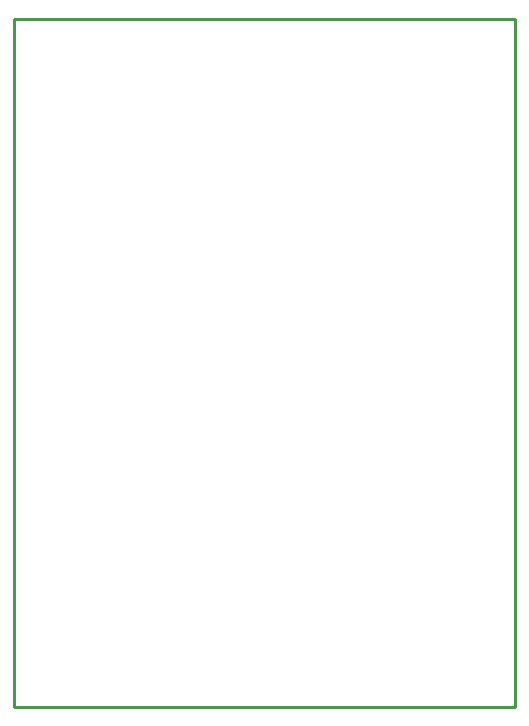
<source format=gko>
G04 Layer_Color=16711935*
%FSTAX24Y24*%
%MOIN*%
G70*
G01*
G75*
%ADD41C,0.0100*%
D41*
X03372Y019622D02*
Y042572D01*
X01703D02*
X03372D01*
X01703Y019642D02*
Y042572D01*
Y019622D02*
X03372D01*
M02*

</source>
